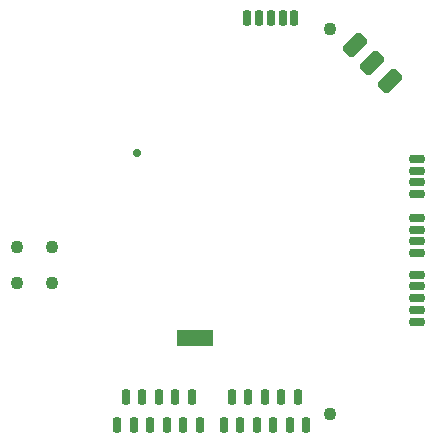
<source format=gbs>
G04*
G04 #@! TF.GenerationSoftware,Altium Limited,Altium Designer,20.0.13 (296)*
G04*
G04 Layer_Color=16711935*
%FSLAX25Y25*%
%MOIN*%
G70*
G01*
G75*
G04:AMPARAMS|DCode=64|XSize=82.68mil|YSize=51.18mil|CornerRadius=13.78mil|HoleSize=0mil|Usage=FLASHONLY|Rotation=225.000|XOffset=0mil|YOffset=0mil|HoleType=Round|Shape=RoundedRectangle|*
%AMROUNDEDRECTD64*
21,1,0.08268,0.02362,0,0,225.0*
21,1,0.05512,0.05118,0,0,225.0*
1,1,0.02756,-0.02784,-0.01114*
1,1,0.02756,0.01114,0.02784*
1,1,0.02756,0.02784,0.01114*
1,1,0.02756,-0.01114,-0.02784*
%
%ADD64ROUNDEDRECTD64*%
%ADD65C,0.02756*%
%ADD76R,0.12205X0.05217*%
G04:AMPARAMS|DCode=77|XSize=27.56mil|YSize=51.18mil|CornerRadius=7.87mil|HoleSize=0mil|Usage=FLASHONLY|Rotation=0.000|XOffset=0mil|YOffset=0mil|HoleType=Round|Shape=RoundedRectangle|*
%AMROUNDEDRECTD77*
21,1,0.02756,0.03543,0,0,0.0*
21,1,0.01181,0.05118,0,0,0.0*
1,1,0.01575,0.00591,-0.01772*
1,1,0.01575,-0.00591,-0.01772*
1,1,0.01575,-0.00591,0.01772*
1,1,0.01575,0.00591,0.01772*
%
%ADD77ROUNDEDRECTD77*%
G04:AMPARAMS|DCode=78|XSize=27.56mil|YSize=51.18mil|CornerRadius=7.87mil|HoleSize=0mil|Usage=FLASHONLY|Rotation=90.000|XOffset=0mil|YOffset=0mil|HoleType=Round|Shape=RoundedRectangle|*
%AMROUNDEDRECTD78*
21,1,0.02756,0.03543,0,0,90.0*
21,1,0.01181,0.05118,0,0,90.0*
1,1,0.01575,0.01772,0.00591*
1,1,0.01575,0.01772,-0.00591*
1,1,0.01575,-0.01772,-0.00591*
1,1,0.01575,-0.01772,0.00591*
%
%ADD78ROUNDEDRECTD78*%
%ADD79C,0.04331*%
D64*
X118504Y130315D02*
D03*
X130315Y118504D02*
D03*
X124409Y124409D02*
D03*
D65*
X46063Y94488D02*
D03*
D76*
X65354Y32923D02*
D03*
D77*
X66929Y3937D02*
D03*
X77559Y12992D02*
D03*
X85827Y3937D02*
D03*
X102362D02*
D03*
X55905D02*
D03*
X50394D02*
D03*
X47638Y12992D02*
D03*
X80315Y3937D02*
D03*
X96850D02*
D03*
X99606Y12992D02*
D03*
X61417Y3937D02*
D03*
X82677Y139370D02*
D03*
X90551D02*
D03*
X88583Y12992D02*
D03*
X98425Y139370D02*
D03*
X86614D02*
D03*
X53150Y12992D02*
D03*
X44882Y3937D02*
D03*
X42126Y12992D02*
D03*
X58661D02*
D03*
X74803Y3937D02*
D03*
X64173Y12992D02*
D03*
X94095D02*
D03*
X94488Y139370D02*
D03*
X91339Y3937D02*
D03*
X83071Y12992D02*
D03*
X39370Y3937D02*
D03*
D78*
X139370Y38189D02*
D03*
Y50000D02*
D03*
Y42126D02*
D03*
Y46063D02*
D03*
Y53937D02*
D03*
X139370Y80709D02*
D03*
Y84646D02*
D03*
Y92520D02*
D03*
Y88583D02*
D03*
Y61024D02*
D03*
Y64961D02*
D03*
Y72835D02*
D03*
Y68898D02*
D03*
D79*
X17717Y62992D02*
D03*
X5906Y51181D02*
D03*
X110236Y135827D02*
D03*
Y7480D02*
D03*
X5906Y62992D02*
D03*
X17717Y51181D02*
D03*
M02*

</source>
